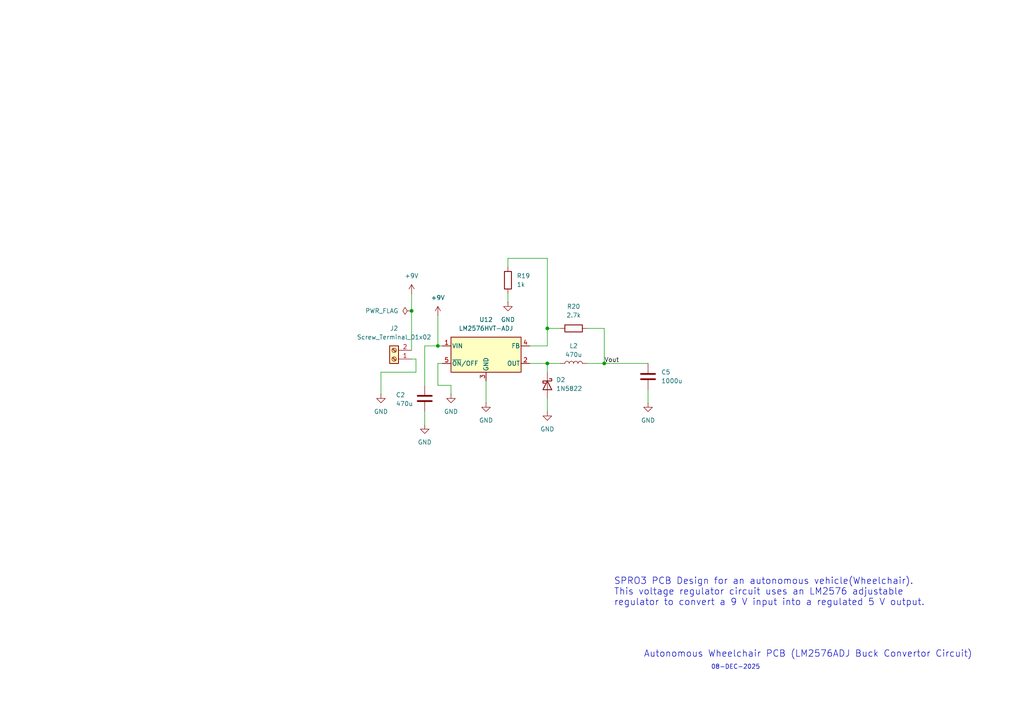
<source format=kicad_sch>
(kicad_sch
	(version 20250114)
	(generator "eeschema")
	(generator_version "9.0")
	(uuid "b8ae27c4-7d2f-4930-a323-f4edd1123b94")
	(paper "A4")
	(lib_symbols
		(symbol "Connector:Screw_Terminal_01x02"
			(pin_names
				(offset 1.016)
				(hide yes)
			)
			(exclude_from_sim no)
			(in_bom yes)
			(on_board yes)
			(property "Reference" "J"
				(at 0 2.54 0)
				(effects
					(font
						(size 1.27 1.27)
					)
				)
			)
			(property "Value" "Screw_Terminal_01x02"
				(at 0 -5.08 0)
				(effects
					(font
						(size 1.27 1.27)
					)
				)
			)
			(property "Footprint" ""
				(at 0 0 0)
				(effects
					(font
						(size 1.27 1.27)
					)
					(hide yes)
				)
			)
			(property "Datasheet" "~"
				(at 0 0 0)
				(effects
					(font
						(size 1.27 1.27)
					)
					(hide yes)
				)
			)
			(property "Description" "Generic screw terminal, single row, 01x02, script generated (kicad-library-utils/schlib/autogen/connector/)"
				(at 0 0 0)
				(effects
					(font
						(size 1.27 1.27)
					)
					(hide yes)
				)
			)
			(property "ki_keywords" "screw terminal"
				(at 0 0 0)
				(effects
					(font
						(size 1.27 1.27)
					)
					(hide yes)
				)
			)
			(property "ki_fp_filters" "TerminalBlock*:*"
				(at 0 0 0)
				(effects
					(font
						(size 1.27 1.27)
					)
					(hide yes)
				)
			)
			(symbol "Screw_Terminal_01x02_1_1"
				(rectangle
					(start -1.27 1.27)
					(end 1.27 -3.81)
					(stroke
						(width 0.254)
						(type default)
					)
					(fill
						(type background)
					)
				)
				(polyline
					(pts
						(xy -0.5334 0.3302) (xy 0.3302 -0.508)
					)
					(stroke
						(width 0.1524)
						(type default)
					)
					(fill
						(type none)
					)
				)
				(polyline
					(pts
						(xy -0.5334 -2.2098) (xy 0.3302 -3.048)
					)
					(stroke
						(width 0.1524)
						(type default)
					)
					(fill
						(type none)
					)
				)
				(polyline
					(pts
						(xy -0.3556 0.508) (xy 0.508 -0.3302)
					)
					(stroke
						(width 0.1524)
						(type default)
					)
					(fill
						(type none)
					)
				)
				(polyline
					(pts
						(xy -0.3556 -2.032) (xy 0.508 -2.8702)
					)
					(stroke
						(width 0.1524)
						(type default)
					)
					(fill
						(type none)
					)
				)
				(circle
					(center 0 0)
					(radius 0.635)
					(stroke
						(width 0.1524)
						(type default)
					)
					(fill
						(type none)
					)
				)
				(circle
					(center 0 -2.54)
					(radius 0.635)
					(stroke
						(width 0.1524)
						(type default)
					)
					(fill
						(type none)
					)
				)
				(pin passive line
					(at -5.08 0 0)
					(length 3.81)
					(name "Pin_1"
						(effects
							(font
								(size 1.27 1.27)
							)
						)
					)
					(number "1"
						(effects
							(font
								(size 1.27 1.27)
							)
						)
					)
				)
				(pin passive line
					(at -5.08 -2.54 0)
					(length 3.81)
					(name "Pin_2"
						(effects
							(font
								(size 1.27 1.27)
							)
						)
					)
					(number "2"
						(effects
							(font
								(size 1.27 1.27)
							)
						)
					)
				)
			)
			(embedded_fonts no)
		)
		(symbol "Device:C"
			(pin_numbers
				(hide yes)
			)
			(pin_names
				(offset 0.254)
			)
			(exclude_from_sim no)
			(in_bom yes)
			(on_board yes)
			(property "Reference" "C"
				(at 0.635 2.54 0)
				(effects
					(font
						(size 1.27 1.27)
					)
					(justify left)
				)
			)
			(property "Value" "C"
				(at 0.635 -2.54 0)
				(effects
					(font
						(size 1.27 1.27)
					)
					(justify left)
				)
			)
			(property "Footprint" ""
				(at 0.9652 -3.81 0)
				(effects
					(font
						(size 1.27 1.27)
					)
					(hide yes)
				)
			)
			(property "Datasheet" "~"
				(at 0 0 0)
				(effects
					(font
						(size 1.27 1.27)
					)
					(hide yes)
				)
			)
			(property "Description" "Unpolarized capacitor"
				(at 0 0 0)
				(effects
					(font
						(size 1.27 1.27)
					)
					(hide yes)
				)
			)
			(property "ki_keywords" "cap capacitor"
				(at 0 0 0)
				(effects
					(font
						(size 1.27 1.27)
					)
					(hide yes)
				)
			)
			(property "ki_fp_filters" "C_*"
				(at 0 0 0)
				(effects
					(font
						(size 1.27 1.27)
					)
					(hide yes)
				)
			)
			(symbol "C_0_1"
				(polyline
					(pts
						(xy -2.032 0.762) (xy 2.032 0.762)
					)
					(stroke
						(width 0.508)
						(type default)
					)
					(fill
						(type none)
					)
				)
				(polyline
					(pts
						(xy -2.032 -0.762) (xy 2.032 -0.762)
					)
					(stroke
						(width 0.508)
						(type default)
					)
					(fill
						(type none)
					)
				)
			)
			(symbol "C_1_1"
				(pin passive line
					(at 0 3.81 270)
					(length 2.794)
					(name "~"
						(effects
							(font
								(size 1.27 1.27)
							)
						)
					)
					(number "1"
						(effects
							(font
								(size 1.27 1.27)
							)
						)
					)
				)
				(pin passive line
					(at 0 -3.81 90)
					(length 2.794)
					(name "~"
						(effects
							(font
								(size 1.27 1.27)
							)
						)
					)
					(number "2"
						(effects
							(font
								(size 1.27 1.27)
							)
						)
					)
				)
			)
			(embedded_fonts no)
		)
		(symbol "Device:L"
			(pin_numbers
				(hide yes)
			)
			(pin_names
				(offset 1.016)
				(hide yes)
			)
			(exclude_from_sim no)
			(in_bom yes)
			(on_board yes)
			(property "Reference" "L"
				(at -1.27 0 90)
				(effects
					(font
						(size 1.27 1.27)
					)
				)
			)
			(property "Value" "L"
				(at 1.905 0 90)
				(effects
					(font
						(size 1.27 1.27)
					)
				)
			)
			(property "Footprint" ""
				(at 0 0 0)
				(effects
					(font
						(size 1.27 1.27)
					)
					(hide yes)
				)
			)
			(property "Datasheet" "~"
				(at 0 0 0)
				(effects
					(font
						(size 1.27 1.27)
					)
					(hide yes)
				)
			)
			(property "Description" "Inductor"
				(at 0 0 0)
				(effects
					(font
						(size 1.27 1.27)
					)
					(hide yes)
				)
			)
			(property "ki_keywords" "inductor choke coil reactor magnetic"
				(at 0 0 0)
				(effects
					(font
						(size 1.27 1.27)
					)
					(hide yes)
				)
			)
			(property "ki_fp_filters" "Choke_* *Coil* Inductor_* L_*"
				(at 0 0 0)
				(effects
					(font
						(size 1.27 1.27)
					)
					(hide yes)
				)
			)
			(symbol "L_0_1"
				(arc
					(start 0 2.54)
					(mid 0.6323 1.905)
					(end 0 1.27)
					(stroke
						(width 0)
						(type default)
					)
					(fill
						(type none)
					)
				)
				(arc
					(start 0 1.27)
					(mid 0.6323 0.635)
					(end 0 0)
					(stroke
						(width 0)
						(type default)
					)
					(fill
						(type none)
					)
				)
				(arc
					(start 0 0)
					(mid 0.6323 -0.635)
					(end 0 -1.27)
					(stroke
						(width 0)
						(type default)
					)
					(fill
						(type none)
					)
				)
				(arc
					(start 0 -1.27)
					(mid 0.6323 -1.905)
					(end 0 -2.54)
					(stroke
						(width 0)
						(type default)
					)
					(fill
						(type none)
					)
				)
			)
			(symbol "L_1_1"
				(pin passive line
					(at 0 3.81 270)
					(length 1.27)
					(name "1"
						(effects
							(font
								(size 1.27 1.27)
							)
						)
					)
					(number "1"
						(effects
							(font
								(size 1.27 1.27)
							)
						)
					)
				)
				(pin passive line
					(at 0 -3.81 90)
					(length 1.27)
					(name "2"
						(effects
							(font
								(size 1.27 1.27)
							)
						)
					)
					(number "2"
						(effects
							(font
								(size 1.27 1.27)
							)
						)
					)
				)
			)
			(embedded_fonts no)
		)
		(symbol "Device:R"
			(pin_numbers
				(hide yes)
			)
			(pin_names
				(offset 0)
			)
			(exclude_from_sim no)
			(in_bom yes)
			(on_board yes)
			(property "Reference" "R"
				(at 2.032 0 90)
				(effects
					(font
						(size 1.27 1.27)
					)
				)
			)
			(property "Value" "R"
				(at 0 0 90)
				(effects
					(font
						(size 1.27 1.27)
					)
				)
			)
			(property "Footprint" ""
				(at -1.778 0 90)
				(effects
					(font
						(size 1.27 1.27)
					)
					(hide yes)
				)
			)
			(property "Datasheet" "~"
				(at 0 0 0)
				(effects
					(font
						(size 1.27 1.27)
					)
					(hide yes)
				)
			)
			(property "Description" "Resistor"
				(at 0 0 0)
				(effects
					(font
						(size 1.27 1.27)
					)
					(hide yes)
				)
			)
			(property "ki_keywords" "R res resistor"
				(at 0 0 0)
				(effects
					(font
						(size 1.27 1.27)
					)
					(hide yes)
				)
			)
			(property "ki_fp_filters" "R_*"
				(at 0 0 0)
				(effects
					(font
						(size 1.27 1.27)
					)
					(hide yes)
				)
			)
			(symbol "R_0_1"
				(rectangle
					(start -1.016 -2.54)
					(end 1.016 2.54)
					(stroke
						(width 0.254)
						(type default)
					)
					(fill
						(type none)
					)
				)
			)
			(symbol "R_1_1"
				(pin passive line
					(at 0 3.81 270)
					(length 1.27)
					(name "~"
						(effects
							(font
								(size 1.27 1.27)
							)
						)
					)
					(number "1"
						(effects
							(font
								(size 1.27 1.27)
							)
						)
					)
				)
				(pin passive line
					(at 0 -3.81 90)
					(length 1.27)
					(name "~"
						(effects
							(font
								(size 1.27 1.27)
							)
						)
					)
					(number "2"
						(effects
							(font
								(size 1.27 1.27)
							)
						)
					)
				)
			)
			(embedded_fonts no)
		)
		(symbol "Diode:1N5822"
			(pin_numbers
				(hide yes)
			)
			(pin_names
				(offset 1.016)
				(hide yes)
			)
			(exclude_from_sim no)
			(in_bom yes)
			(on_board yes)
			(property "Reference" "D"
				(at 0 2.54 0)
				(effects
					(font
						(size 1.27 1.27)
					)
				)
			)
			(property "Value" "1N5822"
				(at 0 -2.54 0)
				(effects
					(font
						(size 1.27 1.27)
					)
				)
			)
			(property "Footprint" "Diode_THT:D_DO-201AD_P15.24mm_Horizontal"
				(at 0 -4.445 0)
				(effects
					(font
						(size 1.27 1.27)
					)
					(hide yes)
				)
			)
			(property "Datasheet" "http://www.vishay.com/docs/88526/1n5820.pdf"
				(at 0 0 0)
				(effects
					(font
						(size 1.27 1.27)
					)
					(hide yes)
				)
			)
			(property "Description" "40V 3A Schottky Barrier Rectifier Diode, DO-201AD"
				(at 0 0 0)
				(effects
					(font
						(size 1.27 1.27)
					)
					(hide yes)
				)
			)
			(property "ki_keywords" "diode Schottky"
				(at 0 0 0)
				(effects
					(font
						(size 1.27 1.27)
					)
					(hide yes)
				)
			)
			(property "ki_fp_filters" "D*DO?201AD*"
				(at 0 0 0)
				(effects
					(font
						(size 1.27 1.27)
					)
					(hide yes)
				)
			)
			(symbol "1N5822_0_1"
				(polyline
					(pts
						(xy -1.905 0.635) (xy -1.905 1.27) (xy -1.27 1.27) (xy -1.27 -1.27) (xy -0.635 -1.27) (xy -0.635 -0.635)
					)
					(stroke
						(width 0.254)
						(type default)
					)
					(fill
						(type none)
					)
				)
				(polyline
					(pts
						(xy 1.27 1.27) (xy 1.27 -1.27) (xy -1.27 0) (xy 1.27 1.27)
					)
					(stroke
						(width 0.254)
						(type default)
					)
					(fill
						(type none)
					)
				)
				(polyline
					(pts
						(xy 1.27 0) (xy -1.27 0)
					)
					(stroke
						(width 0)
						(type default)
					)
					(fill
						(type none)
					)
				)
			)
			(symbol "1N5822_1_1"
				(pin passive line
					(at -3.81 0 0)
					(length 2.54)
					(name "K"
						(effects
							(font
								(size 1.27 1.27)
							)
						)
					)
					(number "1"
						(effects
							(font
								(size 1.27 1.27)
							)
						)
					)
				)
				(pin passive line
					(at 3.81 0 180)
					(length 2.54)
					(name "A"
						(effects
							(font
								(size 1.27 1.27)
							)
						)
					)
					(number "2"
						(effects
							(font
								(size 1.27 1.27)
							)
						)
					)
				)
			)
			(embedded_fonts no)
		)
		(symbol "Regulator_Switching:LM2576HVT-ADJ"
			(pin_names
				(offset 0.254)
			)
			(exclude_from_sim no)
			(in_bom yes)
			(on_board yes)
			(property "Reference" "U"
				(at -10.16 6.35 0)
				(effects
					(font
						(size 1.27 1.27)
					)
					(justify left)
				)
			)
			(property "Value" "LM2576HVT-ADJ"
				(at 0 6.35 0)
				(effects
					(font
						(size 1.27 1.27)
					)
					(justify left)
				)
			)
			(property "Footprint" "Package_TO_SOT_THT:TO-220-5_Vertical"
				(at 0 -6.35 0)
				(effects
					(font
						(size 1.27 1.27)
						(italic yes)
					)
					(justify left)
					(hide yes)
				)
			)
			(property "Datasheet" "http://www.ti.com/lit/ds/symlink/lm2576.pdf"
				(at 0 0 0)
				(effects
					(font
						(size 1.27 1.27)
					)
					(hide yes)
				)
			)
			(property "Description" "Adjustable Output Voltage, 3A SIMPLE SWITCHER® Step-Down Voltage Regulator, High Voltage Input, TO-220-5"
				(at 0 0 0)
				(effects
					(font
						(size 1.27 1.27)
					)
					(hide yes)
				)
			)
			(property "ki_keywords" "Step-Down Voltage Regulator 3A Adjustable High Voltage"
				(at 0 0 0)
				(effects
					(font
						(size 1.27 1.27)
					)
					(hide yes)
				)
			)
			(property "ki_fp_filters" "TO?220*"
				(at 0 0 0)
				(effects
					(font
						(size 1.27 1.27)
					)
					(hide yes)
				)
			)
			(symbol "LM2576HVT-ADJ_0_1"
				(rectangle
					(start -10.16 5.08)
					(end 10.16 -5.08)
					(stroke
						(width 0.254)
						(type default)
					)
					(fill
						(type background)
					)
				)
			)
			(symbol "LM2576HVT-ADJ_1_1"
				(pin power_in line
					(at -12.7 2.54 0)
					(length 2.54)
					(name "VIN"
						(effects
							(font
								(size 1.27 1.27)
							)
						)
					)
					(number "1"
						(effects
							(font
								(size 1.27 1.27)
							)
						)
					)
				)
				(pin input line
					(at -12.7 -2.54 0)
					(length 2.54)
					(name "~{ON}/OFF"
						(effects
							(font
								(size 1.27 1.27)
							)
						)
					)
					(number "5"
						(effects
							(font
								(size 1.27 1.27)
							)
						)
					)
				)
				(pin power_in line
					(at 0 -7.62 90)
					(length 2.54)
					(name "GND"
						(effects
							(font
								(size 1.27 1.27)
							)
						)
					)
					(number "3"
						(effects
							(font
								(size 1.27 1.27)
							)
						)
					)
				)
				(pin input line
					(at 12.7 2.54 180)
					(length 2.54)
					(name "FB"
						(effects
							(font
								(size 1.27 1.27)
							)
						)
					)
					(number "4"
						(effects
							(font
								(size 1.27 1.27)
							)
						)
					)
				)
				(pin output line
					(at 12.7 -2.54 180)
					(length 2.54)
					(name "OUT"
						(effects
							(font
								(size 1.27 1.27)
							)
						)
					)
					(number "2"
						(effects
							(font
								(size 1.27 1.27)
							)
						)
					)
				)
			)
			(embedded_fonts no)
		)
		(symbol "power:+9V"
			(power)
			(pin_numbers
				(hide yes)
			)
			(pin_names
				(offset 0)
				(hide yes)
			)
			(exclude_from_sim no)
			(in_bom yes)
			(on_board yes)
			(property "Reference" "#PWR"
				(at 0 -3.81 0)
				(effects
					(font
						(size 1.27 1.27)
					)
					(hide yes)
				)
			)
			(property "Value" "+9V"
				(at 0 3.556 0)
				(effects
					(font
						(size 1.27 1.27)
					)
				)
			)
			(property "Footprint" ""
				(at 0 0 0)
				(effects
					(font
						(size 1.27 1.27)
					)
					(hide yes)
				)
			)
			(property "Datasheet" ""
				(at 0 0 0)
				(effects
					(font
						(size 1.27 1.27)
					)
					(hide yes)
				)
			)
			(property "Description" "Power symbol creates a global label with name \"+9V\""
				(at 0 0 0)
				(effects
					(font
						(size 1.27 1.27)
					)
					(hide yes)
				)
			)
			(property "ki_keywords" "global power"
				(at 0 0 0)
				(effects
					(font
						(size 1.27 1.27)
					)
					(hide yes)
				)
			)
			(symbol "+9V_0_1"
				(polyline
					(pts
						(xy -0.762 1.27) (xy 0 2.54)
					)
					(stroke
						(width 0)
						(type default)
					)
					(fill
						(type none)
					)
				)
				(polyline
					(pts
						(xy 0 2.54) (xy 0.762 1.27)
					)
					(stroke
						(width 0)
						(type default)
					)
					(fill
						(type none)
					)
				)
				(polyline
					(pts
						(xy 0 0) (xy 0 2.54)
					)
					(stroke
						(width 0)
						(type default)
					)
					(fill
						(type none)
					)
				)
			)
			(symbol "+9V_1_1"
				(pin power_in line
					(at 0 0 90)
					(length 0)
					(name "~"
						(effects
							(font
								(size 1.27 1.27)
							)
						)
					)
					(number "1"
						(effects
							(font
								(size 1.27 1.27)
							)
						)
					)
				)
			)
			(embedded_fonts no)
		)
		(symbol "power:GND"
			(power)
			(pin_numbers
				(hide yes)
			)
			(pin_names
				(offset 0)
				(hide yes)
			)
			(exclude_from_sim no)
			(in_bom yes)
			(on_board yes)
			(property "Reference" "#PWR"
				(at 0 -6.35 0)
				(effects
					(font
						(size 1.27 1.27)
					)
					(hide yes)
				)
			)
			(property "Value" "GND"
				(at 0 -3.81 0)
				(effects
					(font
						(size 1.27 1.27)
					)
				)
			)
			(property "Footprint" ""
				(at 0 0 0)
				(effects
					(font
						(size 1.27 1.27)
					)
					(hide yes)
				)
			)
			(property "Datasheet" ""
				(at 0 0 0)
				(effects
					(font
						(size 1.27 1.27)
					)
					(hide yes)
				)
			)
			(property "Description" "Power symbol creates a global label with name \"GND\" , ground"
				(at 0 0 0)
				(effects
					(font
						(size 1.27 1.27)
					)
					(hide yes)
				)
			)
			(property "ki_keywords" "global power"
				(at 0 0 0)
				(effects
					(font
						(size 1.27 1.27)
					)
					(hide yes)
				)
			)
			(symbol "GND_0_1"
				(polyline
					(pts
						(xy 0 0) (xy 0 -1.27) (xy 1.27 -1.27) (xy 0 -2.54) (xy -1.27 -1.27) (xy 0 -1.27)
					)
					(stroke
						(width 0)
						(type default)
					)
					(fill
						(type none)
					)
				)
			)
			(symbol "GND_1_1"
				(pin power_in line
					(at 0 0 270)
					(length 0)
					(name "~"
						(effects
							(font
								(size 1.27 1.27)
							)
						)
					)
					(number "1"
						(effects
							(font
								(size 1.27 1.27)
							)
						)
					)
				)
			)
			(embedded_fonts no)
		)
		(symbol "power:PWR_FLAG"
			(power)
			(pin_numbers
				(hide yes)
			)
			(pin_names
				(offset 0)
				(hide yes)
			)
			(exclude_from_sim no)
			(in_bom yes)
			(on_board yes)
			(property "Reference" "#FLG"
				(at 0 1.905 0)
				(effects
					(font
						(size 1.27 1.27)
					)
					(hide yes)
				)
			)
			(property "Value" "PWR_FLAG"
				(at 0 3.81 0)
				(effects
					(font
						(size 1.27 1.27)
					)
				)
			)
			(property "Footprint" ""
				(at 0 0 0)
				(effects
					(font
						(size 1.27 1.27)
					)
					(hide yes)
				)
			)
			(property "Datasheet" "~"
				(at 0 0 0)
				(effects
					(font
						(size 1.27 1.27)
					)
					(hide yes)
				)
			)
			(property "Description" "Special symbol for telling ERC where power comes from"
				(at 0 0 0)
				(effects
					(font
						(size 1.27 1.27)
					)
					(hide yes)
				)
			)
			(property "ki_keywords" "flag power"
				(at 0 0 0)
				(effects
					(font
						(size 1.27 1.27)
					)
					(hide yes)
				)
			)
			(symbol "PWR_FLAG_0_0"
				(pin power_out line
					(at 0 0 90)
					(length 0)
					(name "~"
						(effects
							(font
								(size 1.27 1.27)
							)
						)
					)
					(number "1"
						(effects
							(font
								(size 1.27 1.27)
							)
						)
					)
				)
			)
			(symbol "PWR_FLAG_0_1"
				(polyline
					(pts
						(xy 0 0) (xy 0 1.27) (xy -1.016 1.905) (xy 0 2.54) (xy 1.016 1.905) (xy 0 1.27)
					)
					(stroke
						(width 0)
						(type default)
					)
					(fill
						(type none)
					)
				)
			)
			(embedded_fonts no)
		)
	)
	(text "SPRO3 PCB Design for an autonomous vehicle(Wheelchair).\nThis voltage regulator circuit uses an LM2576 adjustable \nregulator to convert a 9 V input into a regulated 5 V output."
		(exclude_from_sim no)
		(at 178.054 171.704 0)
		(effects
			(font
				(size 1.905 1.905)
			)
			(justify left)
		)
		(uuid "4261a8c6-f389-47ed-8585-99c136eda79d")
	)
	(text "08-DEC-2025"
		(exclude_from_sim no)
		(at 213.36 193.548 0)
		(effects
			(font
				(size 1.27 1.27)
			)
		)
		(uuid "6ffbbe4a-3475-41d6-8055-4607b1c81de4")
	)
	(text "Autonomous Wheelchair PCB (LM2576ADJ Buck Convertor Circuit)"
		(exclude_from_sim no)
		(at 186.69 189.738 0)
		(effects
			(font
				(size 1.905 1.905)
			)
			(justify left)
		)
		(uuid "ebf26dd8-e09c-461b-9ec8-cdc339b8d72c")
	)
	(junction
		(at 158.75 105.41)
		(diameter 0)
		(color 0 0 0 0)
		(uuid "122760ac-15ff-4a69-b30c-e973f7eb0637")
	)
	(junction
		(at 175.26 105.41)
		(diameter 0)
		(color 0 0 0 0)
		(uuid "589b8686-e0b8-4e80-9a24-c3959f70a587")
	)
	(junction
		(at 127 100.33)
		(diameter 0)
		(color 0 0 0 0)
		(uuid "bc0d91e2-d0fa-4f1c-9b96-a9763fdba435")
	)
	(junction
		(at 119.38 90.17)
		(diameter 0)
		(color 0 0 0 0)
		(uuid "d9735546-5ba5-47e3-b247-fa4cd6875b92")
	)
	(junction
		(at 158.75 95.25)
		(diameter 0)
		(color 0 0 0 0)
		(uuid "f2e2fb65-ce73-44f8-af9a-28515e769ea6")
	)
	(wire
		(pts
			(xy 187.96 116.84) (xy 187.96 113.03)
		)
		(stroke
			(width 0)
			(type default)
		)
		(uuid "023307b6-cc82-488d-867b-bbab3357bd25")
	)
	(wire
		(pts
			(xy 158.75 95.25) (xy 158.75 100.33)
		)
		(stroke
			(width 0)
			(type default)
		)
		(uuid "09fc0f36-567c-4c63-8caf-3e0f06e68ed2")
	)
	(wire
		(pts
			(xy 128.27 105.41) (xy 127 105.41)
		)
		(stroke
			(width 0)
			(type default)
		)
		(uuid "11ced173-2cf1-44fc-aa4e-d1be99e27b4e")
	)
	(wire
		(pts
			(xy 119.38 104.14) (xy 120.65 104.14)
		)
		(stroke
			(width 0)
			(type default)
		)
		(uuid "2e436b97-cd65-405a-b387-e48f2fa69fc4")
	)
	(wire
		(pts
			(xy 127 105.41) (xy 127 111.76)
		)
		(stroke
			(width 0)
			(type default)
		)
		(uuid "2edaa21b-26c1-4817-b3d9-cf99c96c9ef0")
	)
	(wire
		(pts
			(xy 110.49 107.95) (xy 110.49 114.3)
		)
		(stroke
			(width 0)
			(type default)
		)
		(uuid "30201027-61ba-4c5d-8bc0-c597378905cc")
	)
	(wire
		(pts
			(xy 127 91.44) (xy 127 100.33)
		)
		(stroke
			(width 0)
			(type default)
		)
		(uuid "3d4791a8-31f8-40a5-aa7e-7e90ea1cfa5d")
	)
	(wire
		(pts
			(xy 147.32 77.47) (xy 147.32 74.93)
		)
		(stroke
			(width 0)
			(type default)
		)
		(uuid "4391315d-b220-4473-a44e-b05e3234eae4")
	)
	(wire
		(pts
			(xy 175.26 105.41) (xy 187.96 105.41)
		)
		(stroke
			(width 0)
			(type default)
		)
		(uuid "45c69767-be9c-4a20-8f7e-1f77a12a3ca5")
	)
	(wire
		(pts
			(xy 158.75 105.41) (xy 162.56 105.41)
		)
		(stroke
			(width 0)
			(type default)
		)
		(uuid "4a42afc4-c0c3-4305-bd12-e2b8a0fe76ee")
	)
	(wire
		(pts
			(xy 158.75 115.57) (xy 158.75 119.38)
		)
		(stroke
			(width 0)
			(type default)
		)
		(uuid "55701337-c2c9-4da5-8575-f01c7850b58f")
	)
	(wire
		(pts
			(xy 127 100.33) (xy 128.27 100.33)
		)
		(stroke
			(width 0)
			(type default)
		)
		(uuid "5cf6e655-e838-4275-ad37-893588c34253")
	)
	(wire
		(pts
			(xy 147.32 74.93) (xy 158.75 74.93)
		)
		(stroke
			(width 0)
			(type default)
		)
		(uuid "7132c127-0c55-4dfb-8bf8-4938ba8cffb0")
	)
	(wire
		(pts
			(xy 140.97 110.49) (xy 140.97 116.84)
		)
		(stroke
			(width 0)
			(type default)
		)
		(uuid "7af065c0-43eb-4421-9a2c-af8244da6a15")
	)
	(wire
		(pts
			(xy 170.18 95.25) (xy 175.26 95.25)
		)
		(stroke
			(width 0)
			(type default)
		)
		(uuid "8101953e-d196-45b4-825b-bf2eda112485")
	)
	(wire
		(pts
			(xy 119.38 90.17) (xy 119.38 101.6)
		)
		(stroke
			(width 0)
			(type default)
		)
		(uuid "9978a2f1-6116-483d-b664-7eb4b09cb169")
	)
	(wire
		(pts
			(xy 120.65 104.14) (xy 120.65 107.95)
		)
		(stroke
			(width 0)
			(type default)
		)
		(uuid "9bf63c70-a94d-4520-96b9-0492acccc379")
	)
	(wire
		(pts
			(xy 158.75 100.33) (xy 153.67 100.33)
		)
		(stroke
			(width 0)
			(type default)
		)
		(uuid "a0b01070-248a-40f0-b54b-bcaeb0257547")
	)
	(wire
		(pts
			(xy 119.38 85.09) (xy 119.38 90.17)
		)
		(stroke
			(width 0)
			(type default)
		)
		(uuid "a28b9d7f-92cb-4258-aff3-69158853d423")
	)
	(wire
		(pts
			(xy 123.19 100.33) (xy 127 100.33)
		)
		(stroke
			(width 0)
			(type default)
		)
		(uuid "a40d09f2-2f45-4d67-8b9f-c75de9755b55")
	)
	(wire
		(pts
			(xy 123.19 119.38) (xy 123.19 123.19)
		)
		(stroke
			(width 0)
			(type default)
		)
		(uuid "afb62e6c-9b1b-4df8-a97b-54b63a1cf1c1")
	)
	(wire
		(pts
			(xy 147.32 85.09) (xy 147.32 87.63)
		)
		(stroke
			(width 0)
			(type default)
		)
		(uuid "bf7c97c9-0b90-4ce8-86ea-19d5d52e0b66")
	)
	(wire
		(pts
			(xy 158.75 95.25) (xy 162.56 95.25)
		)
		(stroke
			(width 0)
			(type default)
		)
		(uuid "cde95f28-3f57-4c6b-b564-9d4138c524c0")
	)
	(wire
		(pts
			(xy 120.65 107.95) (xy 110.49 107.95)
		)
		(stroke
			(width 0)
			(type default)
		)
		(uuid "cf0eede6-a385-4333-a33b-2db2d11c237b")
	)
	(wire
		(pts
			(xy 123.19 100.33) (xy 123.19 111.76)
		)
		(stroke
			(width 0)
			(type default)
		)
		(uuid "d4c77184-7b77-486b-be47-e300cfd72e73")
	)
	(wire
		(pts
			(xy 153.67 105.41) (xy 158.75 105.41)
		)
		(stroke
			(width 0)
			(type default)
		)
		(uuid "d7ca7e1f-3377-4207-8578-577b4e32e09a")
	)
	(wire
		(pts
			(xy 158.75 74.93) (xy 158.75 95.25)
		)
		(stroke
			(width 0)
			(type default)
		)
		(uuid "d91ee729-8670-4e54-bd7b-ea0e38b162f4")
	)
	(wire
		(pts
			(xy 127 111.76) (xy 130.81 111.76)
		)
		(stroke
			(width 0)
			(type default)
		)
		(uuid "eda39aec-1851-4965-9785-76d565f27dd4")
	)
	(wire
		(pts
			(xy 158.75 105.41) (xy 158.75 107.95)
		)
		(stroke
			(width 0)
			(type default)
		)
		(uuid "f242d190-9f38-4ee9-bb42-80eb40b663ab")
	)
	(wire
		(pts
			(xy 130.81 111.76) (xy 130.81 114.3)
		)
		(stroke
			(width 0)
			(type default)
		)
		(uuid "f62aa13f-8b1d-4c63-8de7-56422023d20b")
	)
	(wire
		(pts
			(xy 175.26 95.25) (xy 175.26 105.41)
		)
		(stroke
			(width 0)
			(type default)
		)
		(uuid "f92f8475-dcb9-4af8-8e38-fde760689655")
	)
	(wire
		(pts
			(xy 170.18 105.41) (xy 175.26 105.41)
		)
		(stroke
			(width 0)
			(type default)
		)
		(uuid "fc95e860-7ca3-4628-aa6e-256e946273c5")
	)
	(label "Vout"
		(at 175.26 105.41 0)
		(effects
			(font
				(size 1.27 1.27)
			)
			(justify left bottom)
		)
		(uuid "d3b8b1e7-4f24-49ae-a2f4-175ba4ed8e3b")
	)
	(symbol
		(lib_id "power:GND")
		(at 123.19 123.19 0)
		(unit 1)
		(exclude_from_sim no)
		(in_bom yes)
		(on_board yes)
		(dnp no)
		(fields_autoplaced yes)
		(uuid "0217ff0f-d4f5-43e1-87de-a91a9c9289fe")
		(property "Reference" "#PWR015"
			(at 123.19 129.54 0)
			(effects
				(font
					(size 1.27 1.27)
				)
				(hide yes)
			)
		)
		(property "Value" "GND"
			(at 123.19 128.27 0)
			(effects
				(font
					(size 1.27 1.27)
				)
			)
		)
		(property "Footprint" ""
			(at 123.19 123.19 0)
			(effects
				(font
					(size 1.27 1.27)
				)
				(hide yes)
			)
		)
		(property "Datasheet" ""
			(at 123.19 123.19 0)
			(effects
				(font
					(size 1.27 1.27)
				)
				(hide yes)
			)
		)
		(property "Description" "Power symbol creates a global label with name \"GND\" , ground"
			(at 123.19 123.19 0)
			(effects
				(font
					(size 1.27 1.27)
				)
				(hide yes)
			)
		)
		(pin "1"
			(uuid "95f09c06-3708-4ff0-b7d7-d81abf7f0dca")
		)
		(instances
			(project "SPO3"
				(path "/5105bcb2-8e87-4aaa-b466-fbc4cdbf7bd2/c617669b-478f-4093-ada8-0e40db59ed20"
					(reference "#PWR015")
					(unit 1)
				)
			)
		)
	)
	(symbol
		(lib_id "Device:R")
		(at 147.32 81.28 0)
		(unit 1)
		(exclude_from_sim no)
		(in_bom yes)
		(on_board yes)
		(dnp no)
		(fields_autoplaced yes)
		(uuid "0dcebae8-7cfe-4add-8474-56cd3eed2d6c")
		(property "Reference" "R19"
			(at 149.86 80.0099 0)
			(effects
				(font
					(size 1.27 1.27)
				)
				(justify left)
			)
		)
		(property "Value" "1k"
			(at 149.86 82.5499 0)
			(effects
				(font
					(size 1.27 1.27)
				)
				(justify left)
			)
		)
		(property "Footprint" "Resistor_THT:R_Axial_DIN0207_L6.3mm_D2.5mm_P7.62mm_Horizontal"
			(at 145.542 81.28 90)
			(effects
				(font
					(size 1.27 1.27)
				)
				(hide yes)
			)
		)
		(property "Datasheet" "~"
			(at 147.32 81.28 0)
			(effects
				(font
					(size 1.27 1.27)
				)
				(hide yes)
			)
		)
		(property "Description" "Resistor"
			(at 147.32 81.28 0)
			(effects
				(font
					(size 1.27 1.27)
				)
				(hide yes)
			)
		)
		(pin "2"
			(uuid "9131ea42-4927-4029-9b86-d00a255f9854")
		)
		(pin "1"
			(uuid "b7521c0b-beb0-4084-b7da-f396351af6c9")
		)
		(instances
			(project "SPO3"
				(path "/5105bcb2-8e87-4aaa-b466-fbc4cdbf7bd2/c617669b-478f-4093-ada8-0e40db59ed20"
					(reference "R19")
					(unit 1)
				)
			)
		)
	)
	(symbol
		(lib_id "Regulator_Switching:LM2576HVT-ADJ")
		(at 140.97 102.87 0)
		(unit 1)
		(exclude_from_sim no)
		(in_bom yes)
		(on_board yes)
		(dnp no)
		(fields_autoplaced yes)
		(uuid "1ed28ec7-f2f0-4b6d-b7e2-a46b9d2a78bb")
		(property "Reference" "U12"
			(at 140.97 92.71 0)
			(effects
				(font
					(size 1.27 1.27)
				)
			)
		)
		(property "Value" "LM2576HVT-ADJ"
			(at 140.97 95.25 0)
			(effects
				(font
					(size 1.27 1.27)
				)
			)
		)
		(property "Footprint" "Library:TO-220-5_Vertical New222"
			(at 140.97 109.22 0)
			(effects
				(font
					(size 1.27 1.27)
					(italic yes)
				)
				(justify left)
				(hide yes)
			)
		)
		(property "Datasheet" "http://www.ti.com/lit/ds/symlink/lm2576.pdf"
			(at 140.97 102.87 0)
			(effects
				(font
					(size 1.27 1.27)
				)
				(hide yes)
			)
		)
		(property "Description" "Adjustable Output Voltage, 3A SIMPLE SWITCHER® Step-Down Voltage Regulator, High Voltage Input, TO-220-5"
			(at 140.97 102.87 0)
			(effects
				(font
					(size 1.27 1.27)
				)
				(hide yes)
			)
		)
		(pin "5"
			(uuid "348a5408-5d51-4657-a56c-3532bdc919b7")
		)
		(pin "3"
			(uuid "1a42333e-e414-45db-8186-eb63de8620e1")
		)
		(pin "2"
			(uuid "8dcd71c2-cb0c-4910-a693-44c0163117a2")
		)
		(pin "1"
			(uuid "e4dece56-4eaf-4a4d-97f1-11638b28f186")
		)
		(pin "4"
			(uuid "d6e6ab58-6099-4a16-b8a3-0208c117aa1c")
		)
		(instances
			(project "SPO3"
				(path "/5105bcb2-8e87-4aaa-b466-fbc4cdbf7bd2/c617669b-478f-4093-ada8-0e40db59ed20"
					(reference "U12")
					(unit 1)
				)
			)
		)
	)
	(symbol
		(lib_id "Diode:1N5822")
		(at 158.75 111.76 270)
		(unit 1)
		(exclude_from_sim no)
		(in_bom yes)
		(on_board yes)
		(dnp no)
		(fields_autoplaced yes)
		(uuid "377cd9b9-78f8-42d6-9095-47adf5ea335a")
		(property "Reference" "D2"
			(at 161.29 110.1724 90)
			(effects
				(font
					(size 1.27 1.27)
				)
				(justify left)
			)
		)
		(property "Value" "1N5822"
			(at 161.29 112.7124 90)
			(effects
				(font
					(size 1.27 1.27)
				)
				(justify left)
			)
		)
		(property "Footprint" "Diode_THT:D_DO-201_P15.24mm_Horizontal"
			(at 154.305 111.76 0)
			(effects
				(font
					(size 1.27 1.27)
				)
				(hide yes)
			)
		)
		(property "Datasheet" "http://www.vishay.com/docs/88526/1n5820.pdf"
			(at 158.75 111.76 0)
			(effects
				(font
					(size 1.27 1.27)
				)
				(hide yes)
			)
		)
		(property "Description" "40V 3A Schottky Barrier Rectifier Diode, DO-201AD"
			(at 158.75 111.76 0)
			(effects
				(font
					(size 1.27 1.27)
				)
				(hide yes)
			)
		)
		(pin "1"
			(uuid "95703261-4942-42f1-bf94-d67e5dbb9d8d")
		)
		(pin "2"
			(uuid "71ef6ed7-f95b-49f3-9f4d-95f7e2458f98")
		)
		(instances
			(project "SPO3"
				(path "/5105bcb2-8e87-4aaa-b466-fbc4cdbf7bd2/c617669b-478f-4093-ada8-0e40db59ed20"
					(reference "D2")
					(unit 1)
				)
			)
		)
	)
	(symbol
		(lib_id "power:GND")
		(at 130.81 114.3 0)
		(unit 1)
		(exclude_from_sim no)
		(in_bom yes)
		(on_board yes)
		(dnp no)
		(fields_autoplaced yes)
		(uuid "3bd3db54-f0ba-4ef1-a9ff-204b6d7bdf31")
		(property "Reference" "#PWR020"
			(at 130.81 120.65 0)
			(effects
				(font
					(size 1.27 1.27)
				)
				(hide yes)
			)
		)
		(property "Value" "GND"
			(at 130.81 119.38 0)
			(effects
				(font
					(size 1.27 1.27)
				)
			)
		)
		(property "Footprint" ""
			(at 130.81 114.3 0)
			(effects
				(font
					(size 1.27 1.27)
				)
				(hide yes)
			)
		)
		(property "Datasheet" ""
			(at 130.81 114.3 0)
			(effects
				(font
					(size 1.27 1.27)
				)
				(hide yes)
			)
		)
		(property "Description" "Power symbol creates a global label with name \"GND\" , ground"
			(at 130.81 114.3 0)
			(effects
				(font
					(size 1.27 1.27)
				)
				(hide yes)
			)
		)
		(pin "1"
			(uuid "cc171145-55f7-4091-a7ff-21f2c1524df8")
		)
		(instances
			(project "SPO3"
				(path "/5105bcb2-8e87-4aaa-b466-fbc4cdbf7bd2/c617669b-478f-4093-ada8-0e40db59ed20"
					(reference "#PWR020")
					(unit 1)
				)
			)
		)
	)
	(symbol
		(lib_id "power:GND")
		(at 187.96 116.84 0)
		(unit 1)
		(exclude_from_sim no)
		(in_bom yes)
		(on_board yes)
		(dnp no)
		(uuid "3c027e26-8952-455b-b483-ab447056a6d4")
		(property "Reference" "#PWR037"
			(at 187.96 123.19 0)
			(effects
				(font
					(size 1.27 1.27)
				)
				(hide yes)
			)
		)
		(property "Value" "GND"
			(at 187.96 121.92 0)
			(effects
				(font
					(size 1.27 1.27)
				)
			)
		)
		(property "Footprint" ""
			(at 187.96 116.84 0)
			(effects
				(font
					(size 1.27 1.27)
				)
				(hide yes)
			)
		)
		(property "Datasheet" ""
			(at 187.96 116.84 0)
			(effects
				(font
					(size 1.27 1.27)
				)
				(hide yes)
			)
		)
		(property "Description" "Power symbol creates a global label with name \"GND\" , ground"
			(at 187.96 116.84 0)
			(effects
				(font
					(size 1.27 1.27)
				)
				(hide yes)
			)
		)
		(pin "1"
			(uuid "3cb39555-b024-47fe-8c6c-5419b0262700")
		)
		(instances
			(project "SPO3"
				(path "/5105bcb2-8e87-4aaa-b466-fbc4cdbf7bd2/c617669b-478f-4093-ada8-0e40db59ed20"
					(reference "#PWR037")
					(unit 1)
				)
			)
		)
	)
	(symbol
		(lib_id "power:GND")
		(at 110.49 114.3 0)
		(unit 1)
		(exclude_from_sim no)
		(in_bom yes)
		(on_board yes)
		(dnp no)
		(fields_autoplaced yes)
		(uuid "3c299eec-9e6b-4c1c-984f-1cc05a46e008")
		(property "Reference" "#PWR012"
			(at 110.49 120.65 0)
			(effects
				(font
					(size 1.27 1.27)
				)
				(hide yes)
			)
		)
		(property "Value" "GND"
			(at 110.49 119.38 0)
			(effects
				(font
					(size 1.27 1.27)
				)
			)
		)
		(property "Footprint" ""
			(at 110.49 114.3 0)
			(effects
				(font
					(size 1.27 1.27)
				)
				(hide yes)
			)
		)
		(property "Datasheet" ""
			(at 110.49 114.3 0)
			(effects
				(font
					(size 1.27 1.27)
				)
				(hide yes)
			)
		)
		(property "Description" "Power symbol creates a global label with name \"GND\" , ground"
			(at 110.49 114.3 0)
			(effects
				(font
					(size 1.27 1.27)
				)
				(hide yes)
			)
		)
		(pin "1"
			(uuid "a700cce1-8b2a-4cc8-89c5-116c6ca54658")
		)
		(instances
			(project "SPO3"
				(path "/5105bcb2-8e87-4aaa-b466-fbc4cdbf7bd2/c617669b-478f-4093-ada8-0e40db59ed20"
					(reference "#PWR012")
					(unit 1)
				)
			)
		)
	)
	(symbol
		(lib_id "power:+9V")
		(at 119.38 85.09 0)
		(unit 1)
		(exclude_from_sim no)
		(in_bom yes)
		(on_board yes)
		(dnp no)
		(fields_autoplaced yes)
		(uuid "512cd579-cdd0-4b8b-89eb-dd3c7444f71c")
		(property "Reference" "#PWR013"
			(at 119.38 88.9 0)
			(effects
				(font
					(size 1.27 1.27)
				)
				(hide yes)
			)
		)
		(property "Value" "+9V"
			(at 119.38 80.01 0)
			(effects
				(font
					(size 1.27 1.27)
				)
			)
		)
		(property "Footprint" ""
			(at 119.38 85.09 0)
			(effects
				(font
					(size 1.27 1.27)
				)
				(hide yes)
			)
		)
		(property "Datasheet" ""
			(at 119.38 85.09 0)
			(effects
				(font
					(size 1.27 1.27)
				)
				(hide yes)
			)
		)
		(property "Description" "Power symbol creates a global label with name \"+9V\""
			(at 119.38 85.09 0)
			(effects
				(font
					(size 1.27 1.27)
				)
				(hide yes)
			)
		)
		(pin "1"
			(uuid "b271dcb9-cb18-43d1-83b2-f707c8c04a86")
		)
		(instances
			(project "SPO3"
				(path "/5105bcb2-8e87-4aaa-b466-fbc4cdbf7bd2/c617669b-478f-4093-ada8-0e40db59ed20"
					(reference "#PWR013")
					(unit 1)
				)
			)
		)
	)
	(symbol
		(lib_id "power:PWR_FLAG")
		(at 119.38 90.17 90)
		(unit 1)
		(exclude_from_sim no)
		(in_bom yes)
		(on_board yes)
		(dnp no)
		(fields_autoplaced yes)
		(uuid "5269f574-826e-4def-9689-acb1da677afa")
		(property "Reference" "#FLG04"
			(at 117.475 90.17 0)
			(effects
				(font
					(size 1.27 1.27)
				)
				(hide yes)
			)
		)
		(property "Value" "PWR_FLAG"
			(at 115.57 90.1699 90)
			(effects
				(font
					(size 1.27 1.27)
				)
				(justify left)
			)
		)
		(property "Footprint" ""
			(at 119.38 90.17 0)
			(effects
				(font
					(size 1.27 1.27)
				)
				(hide yes)
			)
		)
		(property "Datasheet" "~"
			(at 119.38 90.17 0)
			(effects
				(font
					(size 1.27 1.27)
				)
				(hide yes)
			)
		)
		(property "Description" "Special symbol for telling ERC where power comes from"
			(at 119.38 90.17 0)
			(effects
				(font
					(size 1.27 1.27)
				)
				(hide yes)
			)
		)
		(pin "1"
			(uuid "00fc4764-b2ed-4cc8-809c-f29ca0052132")
		)
		(instances
			(project "SPO3"
				(path "/5105bcb2-8e87-4aaa-b466-fbc4cdbf7bd2/c617669b-478f-4093-ada8-0e40db59ed20"
					(reference "#FLG04")
					(unit 1)
				)
			)
		)
	)
	(symbol
		(lib_id "Device:C")
		(at 123.19 115.57 180)
		(unit 1)
		(exclude_from_sim no)
		(in_bom yes)
		(on_board yes)
		(dnp no)
		(uuid "54593172-af17-4a8c-939f-00c6473d2982")
		(property "Reference" "C2"
			(at 114.808 114.554 0)
			(effects
				(font
					(size 1.27 1.27)
				)
				(justify right)
			)
		)
		(property "Value" "470u"
			(at 114.808 117.094 0)
			(effects
				(font
					(size 1.27 1.27)
				)
				(justify right)
			)
		)
		(property "Footprint" "Capacitor_THT:CP_Radial_D8.0mm_P2.50mm"
			(at 122.2248 111.76 0)
			(effects
				(font
					(size 1.27 1.27)
				)
				(hide yes)
			)
		)
		(property "Datasheet" "~"
			(at 123.19 115.57 0)
			(effects
				(font
					(size 1.27 1.27)
				)
				(hide yes)
			)
		)
		(property "Description" "Unpolarized capacitor"
			(at 123.19 115.57 0)
			(effects
				(font
					(size 1.27 1.27)
				)
				(hide yes)
			)
		)
		(pin "2"
			(uuid "71700e93-e603-4dee-b21e-711874757b3f")
		)
		(pin "1"
			(uuid "2791a506-5aa9-41f1-930f-6a806060b8ed")
		)
		(instances
			(project "SPO3"
				(path "/5105bcb2-8e87-4aaa-b466-fbc4cdbf7bd2/c617669b-478f-4093-ada8-0e40db59ed20"
					(reference "C2")
					(unit 1)
				)
			)
		)
	)
	(symbol
		(lib_id "power:+9V")
		(at 127 91.44 0)
		(unit 1)
		(exclude_from_sim no)
		(in_bom yes)
		(on_board yes)
		(dnp no)
		(fields_autoplaced yes)
		(uuid "67a21f72-89cb-4232-addd-920c381dc4a8")
		(property "Reference" "#PWR019"
			(at 127 95.25 0)
			(effects
				(font
					(size 1.27 1.27)
				)
				(hide yes)
			)
		)
		(property "Value" "+9V"
			(at 127 86.36 0)
			(effects
				(font
					(size 1.27 1.27)
				)
			)
		)
		(property "Footprint" ""
			(at 127 91.44 0)
			(effects
				(font
					(size 1.27 1.27)
				)
				(hide yes)
			)
		)
		(property "Datasheet" ""
			(at 127 91.44 0)
			(effects
				(font
					(size 1.27 1.27)
				)
				(hide yes)
			)
		)
		(property "Description" "Power symbol creates a global label with name \"+9V\""
			(at 127 91.44 0)
			(effects
				(font
					(size 1.27 1.27)
				)
				(hide yes)
			)
		)
		(pin "1"
			(uuid "987a840a-1256-42c4-9fc2-7e9313a86c28")
		)
		(instances
			(project "SPO3"
				(path "/5105bcb2-8e87-4aaa-b466-fbc4cdbf7bd2/c617669b-478f-4093-ada8-0e40db59ed20"
					(reference "#PWR019")
					(unit 1)
				)
			)
		)
	)
	(symbol
		(lib_id "Device:C")
		(at 187.96 109.22 180)
		(unit 1)
		(exclude_from_sim no)
		(in_bom yes)
		(on_board yes)
		(dnp no)
		(fields_autoplaced yes)
		(uuid "77da59e5-59a0-4735-b85a-e515f909c0e2")
		(property "Reference" "C5"
			(at 191.77 107.9499 0)
			(effects
				(font
					(size 1.27 1.27)
				)
				(justify right)
			)
		)
		(property "Value" "1000u"
			(at 191.77 110.4899 0)
			(effects
				(font
					(size 1.27 1.27)
				)
				(justify right)
			)
		)
		(property "Footprint" "Capacitor_THT:CP_Radial_D10.0mm_P2.50mm"
			(at 186.9948 105.41 0)
			(effects
				(font
					(size 1.27 1.27)
				)
				(hide yes)
			)
		)
		(property "Datasheet" "~"
			(at 187.96 109.22 0)
			(effects
				(font
					(size 1.27 1.27)
				)
				(hide yes)
			)
		)
		(property "Description" "Unpolarized capacitor"
			(at 187.96 109.22 0)
			(effects
				(font
					(size 1.27 1.27)
				)
				(hide yes)
			)
		)
		(pin "2"
			(uuid "1c18f618-2913-4ca5-bdbe-6ce9a31d1d58")
		)
		(pin "1"
			(uuid "60d83504-24ea-4d7d-8178-a740087bef3e")
		)
		(instances
			(project "SPO3"
				(path "/5105bcb2-8e87-4aaa-b466-fbc4cdbf7bd2/c617669b-478f-4093-ada8-0e40db59ed20"
					(reference "C5")
					(unit 1)
				)
			)
		)
	)
	(symbol
		(lib_id "power:GND")
		(at 158.75 119.38 0)
		(unit 1)
		(exclude_from_sim no)
		(in_bom yes)
		(on_board yes)
		(dnp no)
		(fields_autoplaced yes)
		(uuid "806f3b82-5cb9-4ad8-9ece-ffd37b3c68fd")
		(property "Reference" "#PWR036"
			(at 158.75 125.73 0)
			(effects
				(font
					(size 1.27 1.27)
				)
				(hide yes)
			)
		)
		(property "Value" "GND"
			(at 158.75 124.46 0)
			(effects
				(font
					(size 1.27 1.27)
				)
			)
		)
		(property "Footprint" ""
			(at 158.75 119.38 0)
			(effects
				(font
					(size 1.27 1.27)
				)
				(hide yes)
			)
		)
		(property "Datasheet" ""
			(at 158.75 119.38 0)
			(effects
				(font
					(size 1.27 1.27)
				)
				(hide yes)
			)
		)
		(property "Description" "Power symbol creates a global label with name \"GND\" , ground"
			(at 158.75 119.38 0)
			(effects
				(font
					(size 1.27 1.27)
				)
				(hide yes)
			)
		)
		(pin "1"
			(uuid "78909807-f7d5-4008-bf11-d899cae58553")
		)
		(instances
			(project "SPO3"
				(path "/5105bcb2-8e87-4aaa-b466-fbc4cdbf7bd2/c617669b-478f-4093-ada8-0e40db59ed20"
					(reference "#PWR036")
					(unit 1)
				)
			)
		)
	)
	(symbol
		(lib_id "Connector:Screw_Terminal_01x02")
		(at 114.3 104.14 180)
		(unit 1)
		(exclude_from_sim no)
		(in_bom yes)
		(on_board yes)
		(dnp no)
		(fields_autoplaced yes)
		(uuid "c146f79c-a8c6-424a-9060-0d9dae3aa96d")
		(property "Reference" "J2"
			(at 114.3 95.25 0)
			(effects
				(font
					(size 1.27 1.27)
				)
			)
		)
		(property "Value" "Screw_Terminal_01x02"
			(at 114.3 97.79 0)
			(effects
				(font
					(size 1.27 1.27)
				)
			)
		)
		(property "Footprint" "TerminalBlock_Phoenix:TerminalBlock_Phoenix_MKDS-1,5-2_1x02_P5.00mm_Horizontal"
			(at 114.3 104.14 0)
			(effects
				(font
					(size 1.27 1.27)
				)
				(hide yes)
			)
		)
		(property "Datasheet" "~"
			(at 114.3 104.14 0)
			(effects
				(font
					(size 1.27 1.27)
				)
				(hide yes)
			)
		)
		(property "Description" "Generic screw terminal, single row, 01x02, script generated (kicad-library-utils/schlib/autogen/connector/)"
			(at 114.3 104.14 0)
			(effects
				(font
					(size 1.27 1.27)
				)
				(hide yes)
			)
		)
		(pin "2"
			(uuid "e7e63f6c-6490-4296-86f7-a39748072155")
		)
		(pin "1"
			(uuid "39946e02-8aec-4385-abc0-da4b56045294")
		)
		(instances
			(project "SPO3"
				(path "/5105bcb2-8e87-4aaa-b466-fbc4cdbf7bd2/c617669b-478f-4093-ada8-0e40db59ed20"
					(reference "J2")
					(unit 1)
				)
			)
		)
	)
	(symbol
		(lib_id "power:GND")
		(at 140.97 116.84 0)
		(unit 1)
		(exclude_from_sim no)
		(in_bom yes)
		(on_board yes)
		(dnp no)
		(fields_autoplaced yes)
		(uuid "d0efb5e4-4513-41bd-ac26-c62d26b2baba")
		(property "Reference" "#PWR026"
			(at 140.97 123.19 0)
			(effects
				(font
					(size 1.27 1.27)
				)
				(hide yes)
			)
		)
		(property "Value" "GND"
			(at 140.97 121.92 0)
			(effects
				(font
					(size 1.27 1.27)
				)
			)
		)
		(property "Footprint" ""
			(at 140.97 116.84 0)
			(effects
				(font
					(size 1.27 1.27)
				)
				(hide yes)
			)
		)
		(property "Datasheet" ""
			(at 140.97 116.84 0)
			(effects
				(font
					(size 1.27 1.27)
				)
				(hide yes)
			)
		)
		(property "Description" "Power symbol creates a global label with name \"GND\" , ground"
			(at 140.97 116.84 0)
			(effects
				(font
					(size 1.27 1.27)
				)
				(hide yes)
			)
		)
		(pin "1"
			(uuid "25bcba6b-4a33-4b53-b149-bcc03910d63c")
		)
		(instances
			(project "SPO3"
				(path "/5105bcb2-8e87-4aaa-b466-fbc4cdbf7bd2/c617669b-478f-4093-ada8-0e40db59ed20"
					(reference "#PWR026")
					(unit 1)
				)
			)
		)
	)
	(symbol
		(lib_id "Device:R")
		(at 166.37 95.25 90)
		(unit 1)
		(exclude_from_sim no)
		(in_bom yes)
		(on_board yes)
		(dnp no)
		(fields_autoplaced yes)
		(uuid "d9c8a3ca-20fb-4fe7-b8aa-3c9f79ac5c09")
		(property "Reference" "R20"
			(at 166.37 88.9 90)
			(effects
				(font
					(size 1.27 1.27)
				)
			)
		)
		(property "Value" "2.7k"
			(at 166.37 91.44 90)
			(effects
				(font
					(size 1.27 1.27)
				)
			)
		)
		(property "Footprint" "Resistor_THT:R_Axial_DIN0207_L6.3mm_D2.5mm_P7.62mm_Horizontal"
			(at 166.37 97.028 90)
			(effects
				(font
					(size 1.27 1.27)
				)
				(hide yes)
			)
		)
		(property "Datasheet" "~"
			(at 166.37 95.25 0)
			(effects
				(font
					(size 1.27 1.27)
				)
				(hide yes)
			)
		)
		(property "Description" "Resistor"
			(at 166.37 95.25 0)
			(effects
				(font
					(size 1.27 1.27)
				)
				(hide yes)
			)
		)
		(pin "1"
			(uuid "3022b67a-262f-4e76-8f7f-e7aa256215a0")
		)
		(pin "2"
			(uuid "1e7e74a0-f510-4945-aa33-57d1c0e0d672")
		)
		(instances
			(project "SPO3"
				(path "/5105bcb2-8e87-4aaa-b466-fbc4cdbf7bd2/c617669b-478f-4093-ada8-0e40db59ed20"
					(reference "R20")
					(unit 1)
				)
			)
		)
	)
	(symbol
		(lib_id "power:GND")
		(at 147.32 87.63 0)
		(unit 1)
		(exclude_from_sim no)
		(in_bom yes)
		(on_board yes)
		(dnp no)
		(fields_autoplaced yes)
		(uuid "e2e4e6f9-3452-4a9f-8bd7-8e1f236399c5")
		(property "Reference" "#PWR027"
			(at 147.32 93.98 0)
			(effects
				(font
					(size 1.27 1.27)
				)
				(hide yes)
			)
		)
		(property "Value" "GND"
			(at 147.32 92.71 0)
			(effects
				(font
					(size 1.27 1.27)
				)
			)
		)
		(property "Footprint" ""
			(at 147.32 87.63 0)
			(effects
				(font
					(size 1.27 1.27)
				)
				(hide yes)
			)
		)
		(property "Datasheet" ""
			(at 147.32 87.63 0)
			(effects
				(font
					(size 1.27 1.27)
				)
				(hide yes)
			)
		)
		(property "Description" "Power symbol creates a global label with name \"GND\" , ground"
			(at 147.32 87.63 0)
			(effects
				(font
					(size 1.27 1.27)
				)
				(hide yes)
			)
		)
		(pin "1"
			(uuid "65f10427-8a73-497f-b7b3-222478960842")
		)
		(instances
			(project "SPO3"
				(path "/5105bcb2-8e87-4aaa-b466-fbc4cdbf7bd2/c617669b-478f-4093-ada8-0e40db59ed20"
					(reference "#PWR027")
					(unit 1)
				)
			)
		)
	)
	(symbol
		(lib_id "Device:L")
		(at 166.37 105.41 90)
		(unit 1)
		(exclude_from_sim no)
		(in_bom yes)
		(on_board yes)
		(dnp no)
		(fields_autoplaced yes)
		(uuid "f2d3ea2b-0406-48a4-8798-119d08c662ac")
		(property "Reference" "L2"
			(at 166.37 100.33 90)
			(effects
				(font
					(size 1.27 1.27)
				)
			)
		)
		(property "Value" "470u"
			(at 166.37 102.87 90)
			(effects
				(font
					(size 1.27 1.27)
				)
			)
		)
		(property "Footprint" "Inductor_THT:L_Axial_L7.0mm_D3.3mm_P10.16mm_Horizontal_Fastron_MICC"
			(at 166.37 105.41 0)
			(effects
				(font
					(size 1.27 1.27)
				)
				(hide yes)
			)
		)
		(property "Datasheet" "~"
			(at 166.37 105.41 0)
			(effects
				(font
					(size 1.27 1.27)
				)
				(hide yes)
			)
		)
		(property "Description" "Inductor"
			(at 166.37 105.41 0)
			(effects
				(font
					(size 1.27 1.27)
				)
				(hide yes)
			)
		)
		(pin "2"
			(uuid "2af4686e-1b96-4f7f-85bd-429804c62c50")
		)
		(pin "1"
			(uuid "5c9393e1-d783-4eee-b0c9-11006e18a612")
		)
		(instances
			(project "SPO3"
				(path "/5105bcb2-8e87-4aaa-b466-fbc4cdbf7bd2/c617669b-478f-4093-ada8-0e40db59ed20"
					(reference "L2")
					(unit 1)
				)
			)
		)
	)
)

</source>
